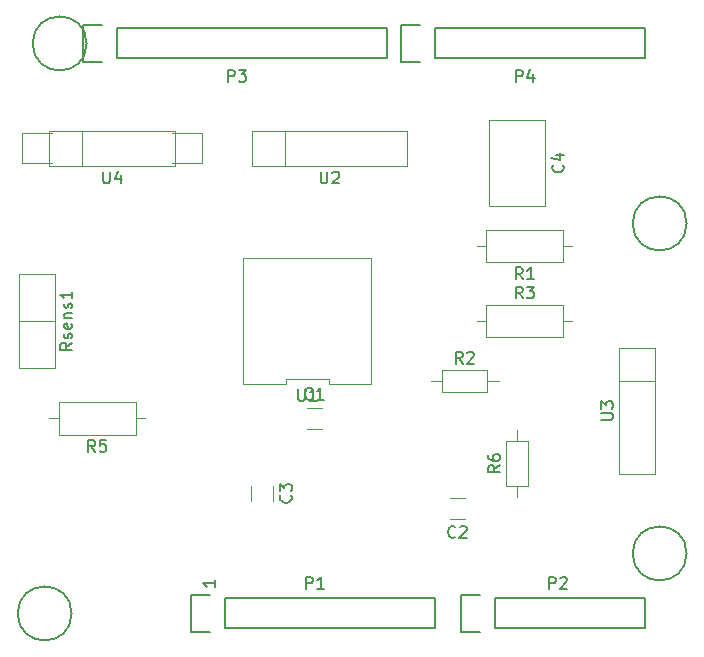
<source format=gbr>
%TF.GenerationSoftware,KiCad,Pcbnew,(5.1.10)-1*%
%TF.CreationDate,2022-03-16T08:40:39+01:00*%
%TF.ProjectId,Shield,53686965-6c64-42e6-9b69-6361645f7063,rev?*%
%TF.SameCoordinates,Original*%
%TF.FileFunction,Legend,Top*%
%TF.FilePolarity,Positive*%
%FSLAX46Y46*%
G04 Gerber Fmt 4.6, Leading zero omitted, Abs format (unit mm)*
G04 Created by KiCad (PCBNEW (5.1.10)-1) date 2022-03-16 08:40:39*
%MOMM*%
%LPD*%
G01*
G04 APERTURE LIST*
%ADD10C,0.150000*%
%ADD11C,0.120000*%
G04 APERTURE END LIST*
D10*
X139390380Y-120999285D02*
X139390380Y-121570714D01*
X139390380Y-121285000D02*
X138390380Y-121285000D01*
X138533238Y-121380238D01*
X138628476Y-121475476D01*
X138676095Y-121570714D01*
D11*
%TO.C,U3*%
X176633000Y-101370000D02*
X176633000Y-111990000D01*
X176633000Y-111990000D02*
X173633000Y-111990000D01*
X173633000Y-111990000D02*
X173633000Y-101370000D01*
X173633000Y-101370000D02*
X176633000Y-101370000D01*
X176633000Y-104140000D02*
X173633000Y-104140000D01*
%TO.C,U4*%
X125373000Y-82955000D02*
X135993000Y-82955000D01*
X135993000Y-82955000D02*
X135993000Y-85955000D01*
X135993000Y-85955000D02*
X125373000Y-85955000D01*
X125373000Y-85955000D02*
X125373000Y-82955000D01*
X128143000Y-82955000D02*
X128143000Y-85955000D01*
X138303000Y-85725000D02*
X135763000Y-85725000D01*
X138303000Y-83185000D02*
X138303000Y-85725000D01*
X135763000Y-83185000D02*
X138303000Y-83185000D01*
X123063000Y-85725000D02*
X125603000Y-85725000D01*
X123063000Y-83185000D02*
X123063000Y-85725000D01*
X125603000Y-83185000D02*
X123063000Y-83185000D01*
%TO.C,U2*%
X142518000Y-82955000D02*
X155678000Y-82955000D01*
X155678000Y-82955000D02*
X155678000Y-85955000D01*
X155678000Y-85955000D02*
X142518000Y-85955000D01*
X142518000Y-85955000D02*
X142518000Y-82955000D01*
X145288000Y-82955000D02*
X145288000Y-85955000D01*
%TO.C,U1*%
X152630000Y-104370000D02*
X152630000Y-93750000D01*
X152630000Y-93750000D02*
X141756000Y-93750000D01*
X141756000Y-93750000D02*
X141756000Y-104370000D01*
X141756000Y-104370000D02*
X145380667Y-104370000D01*
X145380667Y-104370000D02*
X145380667Y-104010000D01*
X145380667Y-104010000D02*
X149005333Y-104010000D01*
X149005333Y-104010000D02*
X149005333Y-104370000D01*
X149005333Y-104370000D02*
X152630000Y-104370000D01*
%TO.C,Rsens1*%
X122833000Y-99060000D02*
X125833000Y-99060000D01*
X125833000Y-103060000D02*
X122833000Y-103060000D01*
X125833000Y-95060000D02*
X125833000Y-103060000D01*
X122833000Y-95060000D02*
X125833000Y-95060000D01*
X122833000Y-103060000D02*
X122833000Y-95060000D01*
%TO.C,R6*%
X164973000Y-108255000D02*
X164973000Y-109205000D01*
X164973000Y-113995000D02*
X164973000Y-113045000D01*
X164053000Y-109205000D02*
X164053000Y-113045000D01*
X165893000Y-109205000D02*
X164053000Y-109205000D01*
X165893000Y-113045000D02*
X165893000Y-109205000D01*
X164053000Y-113045000D02*
X165893000Y-113045000D01*
%TO.C,R5*%
X125373000Y-107315000D02*
X126143000Y-107315000D01*
X133453000Y-107315000D02*
X132683000Y-107315000D01*
X126143000Y-108685000D02*
X132683000Y-108685000D01*
X126143000Y-105945000D02*
X126143000Y-108685000D01*
X132683000Y-105945000D02*
X126143000Y-105945000D01*
X132683000Y-108685000D02*
X132683000Y-105945000D01*
%TO.C,R3*%
X169648000Y-99060000D02*
X168878000Y-99060000D01*
X161568000Y-99060000D02*
X162338000Y-99060000D01*
X168878000Y-97690000D02*
X162338000Y-97690000D01*
X168878000Y-100430000D02*
X168878000Y-97690000D01*
X162338000Y-100430000D02*
X168878000Y-100430000D01*
X162338000Y-97690000D02*
X162338000Y-100430000D01*
%TO.C,R2*%
X163398000Y-104140000D02*
X162448000Y-104140000D01*
X157658000Y-104140000D02*
X158608000Y-104140000D01*
X162448000Y-103220000D02*
X158608000Y-103220000D01*
X162448000Y-105060000D02*
X162448000Y-103220000D01*
X158608000Y-105060000D02*
X162448000Y-105060000D01*
X158608000Y-103220000D02*
X158608000Y-105060000D01*
%TO.C,R1*%
X161568000Y-92710000D02*
X162338000Y-92710000D01*
X169648000Y-92710000D02*
X168878000Y-92710000D01*
X162338000Y-94080000D02*
X168878000Y-94080000D01*
X162338000Y-91340000D02*
X162338000Y-94080000D01*
X168878000Y-91340000D02*
X162338000Y-91340000D01*
X168878000Y-94080000D02*
X168878000Y-91340000D01*
%TO.C,C4*%
X167343000Y-89305000D02*
X162603000Y-89305000D01*
X167343000Y-82065000D02*
X162603000Y-82065000D01*
X162603000Y-82065000D02*
X162603000Y-89305000D01*
X167343000Y-82065000D02*
X167343000Y-89305000D01*
%TO.C,C3*%
X142463000Y-113016000D02*
X142463000Y-114274000D01*
X144303000Y-113016000D02*
X144303000Y-114274000D01*
%TO.C,C2*%
X160542000Y-114015000D02*
X159284000Y-114015000D01*
X160542000Y-115855000D02*
X159284000Y-115855000D01*
%TO.C,C1*%
X147179000Y-108235000D02*
X148437000Y-108235000D01*
X147179000Y-106395000D02*
X148437000Y-106395000D01*
D10*
%TO.C,P1*%
X137388000Y-122275000D02*
X137388000Y-125375000D01*
X138938000Y-122275000D02*
X137388000Y-122275000D01*
X140208000Y-125095000D02*
X140208000Y-122555000D01*
X137388000Y-125375000D02*
X138938000Y-125375000D01*
X157988000Y-122555000D02*
X140208000Y-122555000D01*
X157988000Y-125095000D02*
X157988000Y-122555000D01*
X140208000Y-125095000D02*
X157988000Y-125095000D01*
%TO.C,P2*%
X160248000Y-122275000D02*
X160248000Y-125375000D01*
X161798000Y-122275000D02*
X160248000Y-122275000D01*
X163068000Y-125095000D02*
X163068000Y-122555000D01*
X160248000Y-125375000D02*
X161798000Y-125375000D01*
X175768000Y-122555000D02*
X163068000Y-122555000D01*
X175768000Y-125095000D02*
X175768000Y-122555000D01*
X163068000Y-125095000D02*
X175768000Y-125095000D01*
%TO.C,P3*%
X128244000Y-74015000D02*
X128244000Y-77115000D01*
X129794000Y-74015000D02*
X128244000Y-74015000D01*
X131064000Y-76835000D02*
X131064000Y-74295000D01*
X128244000Y-77115000D02*
X129794000Y-77115000D01*
X153924000Y-74295000D02*
X131064000Y-74295000D01*
X153924000Y-76835000D02*
X153924000Y-74295000D01*
X131064000Y-76835000D02*
X153924000Y-76835000D01*
%TO.C,P4*%
X155168000Y-74015000D02*
X155168000Y-77115000D01*
X156718000Y-74015000D02*
X155168000Y-74015000D01*
X157988000Y-76835000D02*
X157988000Y-74295000D01*
X155168000Y-77115000D02*
X156718000Y-77115000D01*
X175768000Y-74295000D02*
X157988000Y-74295000D01*
X175768000Y-76835000D02*
X175768000Y-74295000D01*
X157988000Y-76835000D02*
X175768000Y-76835000D01*
%TO.C,P5*%
X127254000Y-123825000D02*
G75*
G03*
X127254000Y-123825000I-2286000J0D01*
G01*
%TO.C,P6*%
X179324000Y-118745000D02*
G75*
G03*
X179324000Y-118745000I-2286000J0D01*
G01*
%TO.C,P7*%
X128524000Y-75565000D02*
G75*
G03*
X128524000Y-75565000I-2286000J0D01*
G01*
%TO.C,P8*%
X179324000Y-90805000D02*
G75*
G03*
X179324000Y-90805000I-2286000J0D01*
G01*
%TO.C,U3*%
X172085380Y-107441904D02*
X172894904Y-107441904D01*
X172990142Y-107394285D01*
X173037761Y-107346666D01*
X173085380Y-107251428D01*
X173085380Y-107060952D01*
X173037761Y-106965714D01*
X172990142Y-106918095D01*
X172894904Y-106870476D01*
X172085380Y-106870476D01*
X172085380Y-106489523D02*
X172085380Y-105870476D01*
X172466333Y-106203809D01*
X172466333Y-106060952D01*
X172513952Y-105965714D01*
X172561571Y-105918095D01*
X172656809Y-105870476D01*
X172894904Y-105870476D01*
X172990142Y-105918095D01*
X173037761Y-105965714D01*
X173085380Y-106060952D01*
X173085380Y-106346666D01*
X173037761Y-106441904D01*
X172990142Y-106489523D01*
%TO.C,U4*%
X129921095Y-86407380D02*
X129921095Y-87216904D01*
X129968714Y-87312142D01*
X130016333Y-87359761D01*
X130111571Y-87407380D01*
X130302047Y-87407380D01*
X130397285Y-87359761D01*
X130444904Y-87312142D01*
X130492523Y-87216904D01*
X130492523Y-86407380D01*
X131397285Y-86740714D02*
X131397285Y-87407380D01*
X131159190Y-86359761D02*
X130921095Y-87074047D01*
X131540142Y-87074047D01*
%TO.C,U2*%
X148336095Y-86407380D02*
X148336095Y-87216904D01*
X148383714Y-87312142D01*
X148431333Y-87359761D01*
X148526571Y-87407380D01*
X148717047Y-87407380D01*
X148812285Y-87359761D01*
X148859904Y-87312142D01*
X148907523Y-87216904D01*
X148907523Y-86407380D01*
X149336095Y-86502619D02*
X149383714Y-86455000D01*
X149478952Y-86407380D01*
X149717047Y-86407380D01*
X149812285Y-86455000D01*
X149859904Y-86502619D01*
X149907523Y-86597857D01*
X149907523Y-86693095D01*
X149859904Y-86835952D01*
X149288476Y-87407380D01*
X149907523Y-87407380D01*
%TO.C,U1*%
X146431095Y-104822380D02*
X146431095Y-105631904D01*
X146478714Y-105727142D01*
X146526333Y-105774761D01*
X146621571Y-105822380D01*
X146812047Y-105822380D01*
X146907285Y-105774761D01*
X146954904Y-105727142D01*
X147002523Y-105631904D01*
X147002523Y-104822380D01*
X148002523Y-105822380D02*
X147431095Y-105822380D01*
X147716809Y-105822380D02*
X147716809Y-104822380D01*
X147621571Y-104965238D01*
X147526333Y-105060476D01*
X147431095Y-105108095D01*
%TO.C,Rsens1*%
X127285380Y-100917142D02*
X126809190Y-101250476D01*
X127285380Y-101488571D02*
X126285380Y-101488571D01*
X126285380Y-101107619D01*
X126333000Y-101012380D01*
X126380619Y-100964761D01*
X126475857Y-100917142D01*
X126618714Y-100917142D01*
X126713952Y-100964761D01*
X126761571Y-101012380D01*
X126809190Y-101107619D01*
X126809190Y-101488571D01*
X127237761Y-100536190D02*
X127285380Y-100440952D01*
X127285380Y-100250476D01*
X127237761Y-100155238D01*
X127142523Y-100107619D01*
X127094904Y-100107619D01*
X126999666Y-100155238D01*
X126952047Y-100250476D01*
X126952047Y-100393333D01*
X126904428Y-100488571D01*
X126809190Y-100536190D01*
X126761571Y-100536190D01*
X126666333Y-100488571D01*
X126618714Y-100393333D01*
X126618714Y-100250476D01*
X126666333Y-100155238D01*
X127237761Y-99298095D02*
X127285380Y-99393333D01*
X127285380Y-99583809D01*
X127237761Y-99679047D01*
X127142523Y-99726666D01*
X126761571Y-99726666D01*
X126666333Y-99679047D01*
X126618714Y-99583809D01*
X126618714Y-99393333D01*
X126666333Y-99298095D01*
X126761571Y-99250476D01*
X126856809Y-99250476D01*
X126952047Y-99726666D01*
X126618714Y-98821904D02*
X127285380Y-98821904D01*
X126713952Y-98821904D02*
X126666333Y-98774285D01*
X126618714Y-98679047D01*
X126618714Y-98536190D01*
X126666333Y-98440952D01*
X126761571Y-98393333D01*
X127285380Y-98393333D01*
X127237761Y-97964761D02*
X127285380Y-97869523D01*
X127285380Y-97679047D01*
X127237761Y-97583809D01*
X127142523Y-97536190D01*
X127094904Y-97536190D01*
X126999666Y-97583809D01*
X126952047Y-97679047D01*
X126952047Y-97821904D01*
X126904428Y-97917142D01*
X126809190Y-97964761D01*
X126761571Y-97964761D01*
X126666333Y-97917142D01*
X126618714Y-97821904D01*
X126618714Y-97679047D01*
X126666333Y-97583809D01*
X127285380Y-96583809D02*
X127285380Y-97155238D01*
X127285380Y-96869523D02*
X126285380Y-96869523D01*
X126428238Y-96964761D01*
X126523476Y-97060000D01*
X126571095Y-97155238D01*
%TO.C,R6*%
X163505380Y-111291666D02*
X163029190Y-111625000D01*
X163505380Y-111863095D02*
X162505380Y-111863095D01*
X162505380Y-111482142D01*
X162553000Y-111386904D01*
X162600619Y-111339285D01*
X162695857Y-111291666D01*
X162838714Y-111291666D01*
X162933952Y-111339285D01*
X162981571Y-111386904D01*
X163029190Y-111482142D01*
X163029190Y-111863095D01*
X162505380Y-110434523D02*
X162505380Y-110625000D01*
X162553000Y-110720238D01*
X162600619Y-110767857D01*
X162743476Y-110863095D01*
X162933952Y-110910714D01*
X163314904Y-110910714D01*
X163410142Y-110863095D01*
X163457761Y-110815476D01*
X163505380Y-110720238D01*
X163505380Y-110529761D01*
X163457761Y-110434523D01*
X163410142Y-110386904D01*
X163314904Y-110339285D01*
X163076809Y-110339285D01*
X162981571Y-110386904D01*
X162933952Y-110434523D01*
X162886333Y-110529761D01*
X162886333Y-110720238D01*
X162933952Y-110815476D01*
X162981571Y-110863095D01*
X163076809Y-110910714D01*
%TO.C,R5*%
X129246333Y-110137380D02*
X128913000Y-109661190D01*
X128674904Y-110137380D02*
X128674904Y-109137380D01*
X129055857Y-109137380D01*
X129151095Y-109185000D01*
X129198714Y-109232619D01*
X129246333Y-109327857D01*
X129246333Y-109470714D01*
X129198714Y-109565952D01*
X129151095Y-109613571D01*
X129055857Y-109661190D01*
X128674904Y-109661190D01*
X130151095Y-109137380D02*
X129674904Y-109137380D01*
X129627285Y-109613571D01*
X129674904Y-109565952D01*
X129770142Y-109518333D01*
X130008238Y-109518333D01*
X130103476Y-109565952D01*
X130151095Y-109613571D01*
X130198714Y-109708809D01*
X130198714Y-109946904D01*
X130151095Y-110042142D01*
X130103476Y-110089761D01*
X130008238Y-110137380D01*
X129770142Y-110137380D01*
X129674904Y-110089761D01*
X129627285Y-110042142D01*
%TO.C,R3*%
X165441333Y-97142380D02*
X165108000Y-96666190D01*
X164869904Y-97142380D02*
X164869904Y-96142380D01*
X165250857Y-96142380D01*
X165346095Y-96190000D01*
X165393714Y-96237619D01*
X165441333Y-96332857D01*
X165441333Y-96475714D01*
X165393714Y-96570952D01*
X165346095Y-96618571D01*
X165250857Y-96666190D01*
X164869904Y-96666190D01*
X165774666Y-96142380D02*
X166393714Y-96142380D01*
X166060380Y-96523333D01*
X166203238Y-96523333D01*
X166298476Y-96570952D01*
X166346095Y-96618571D01*
X166393714Y-96713809D01*
X166393714Y-96951904D01*
X166346095Y-97047142D01*
X166298476Y-97094761D01*
X166203238Y-97142380D01*
X165917523Y-97142380D01*
X165822285Y-97094761D01*
X165774666Y-97047142D01*
%TO.C,R2*%
X160361333Y-102672380D02*
X160028000Y-102196190D01*
X159789904Y-102672380D02*
X159789904Y-101672380D01*
X160170857Y-101672380D01*
X160266095Y-101720000D01*
X160313714Y-101767619D01*
X160361333Y-101862857D01*
X160361333Y-102005714D01*
X160313714Y-102100952D01*
X160266095Y-102148571D01*
X160170857Y-102196190D01*
X159789904Y-102196190D01*
X160742285Y-101767619D02*
X160789904Y-101720000D01*
X160885142Y-101672380D01*
X161123238Y-101672380D01*
X161218476Y-101720000D01*
X161266095Y-101767619D01*
X161313714Y-101862857D01*
X161313714Y-101958095D01*
X161266095Y-102100952D01*
X160694666Y-102672380D01*
X161313714Y-102672380D01*
%TO.C,R1*%
X165441333Y-95532380D02*
X165108000Y-95056190D01*
X164869904Y-95532380D02*
X164869904Y-94532380D01*
X165250857Y-94532380D01*
X165346095Y-94580000D01*
X165393714Y-94627619D01*
X165441333Y-94722857D01*
X165441333Y-94865714D01*
X165393714Y-94960952D01*
X165346095Y-95008571D01*
X165250857Y-95056190D01*
X164869904Y-95056190D01*
X166393714Y-95532380D02*
X165822285Y-95532380D01*
X166108000Y-95532380D02*
X166108000Y-94532380D01*
X166012761Y-94675238D01*
X165917523Y-94770476D01*
X165822285Y-94818095D01*
%TO.C,C4*%
X168830142Y-85851666D02*
X168877761Y-85899285D01*
X168925380Y-86042142D01*
X168925380Y-86137380D01*
X168877761Y-86280238D01*
X168782523Y-86375476D01*
X168687285Y-86423095D01*
X168496809Y-86470714D01*
X168353952Y-86470714D01*
X168163476Y-86423095D01*
X168068238Y-86375476D01*
X167973000Y-86280238D01*
X167925380Y-86137380D01*
X167925380Y-86042142D01*
X167973000Y-85899285D01*
X168020619Y-85851666D01*
X168258714Y-84994523D02*
X168925380Y-84994523D01*
X167877761Y-85232619D02*
X168592047Y-85470714D01*
X168592047Y-84851666D01*
%TO.C,C3*%
X145790142Y-113811666D02*
X145837761Y-113859285D01*
X145885380Y-114002142D01*
X145885380Y-114097380D01*
X145837761Y-114240238D01*
X145742523Y-114335476D01*
X145647285Y-114383095D01*
X145456809Y-114430714D01*
X145313952Y-114430714D01*
X145123476Y-114383095D01*
X145028238Y-114335476D01*
X144933000Y-114240238D01*
X144885380Y-114097380D01*
X144885380Y-114002142D01*
X144933000Y-113859285D01*
X144980619Y-113811666D01*
X144885380Y-113478333D02*
X144885380Y-112859285D01*
X145266333Y-113192619D01*
X145266333Y-113049761D01*
X145313952Y-112954523D01*
X145361571Y-112906904D01*
X145456809Y-112859285D01*
X145694904Y-112859285D01*
X145790142Y-112906904D01*
X145837761Y-112954523D01*
X145885380Y-113049761D01*
X145885380Y-113335476D01*
X145837761Y-113430714D01*
X145790142Y-113478333D01*
%TO.C,C2*%
X159746333Y-117342142D02*
X159698714Y-117389761D01*
X159555857Y-117437380D01*
X159460619Y-117437380D01*
X159317761Y-117389761D01*
X159222523Y-117294523D01*
X159174904Y-117199285D01*
X159127285Y-117008809D01*
X159127285Y-116865952D01*
X159174904Y-116675476D01*
X159222523Y-116580238D01*
X159317761Y-116485000D01*
X159460619Y-116437380D01*
X159555857Y-116437380D01*
X159698714Y-116485000D01*
X159746333Y-116532619D01*
X160127285Y-116532619D02*
X160174904Y-116485000D01*
X160270142Y-116437380D01*
X160508238Y-116437380D01*
X160603476Y-116485000D01*
X160651095Y-116532619D01*
X160698714Y-116627857D01*
X160698714Y-116723095D01*
X160651095Y-116865952D01*
X160079666Y-117437380D01*
X160698714Y-117437380D01*
%TO.C,C1*%
X147641333Y-105622142D02*
X147593714Y-105669761D01*
X147450857Y-105717380D01*
X147355619Y-105717380D01*
X147212761Y-105669761D01*
X147117523Y-105574523D01*
X147069904Y-105479285D01*
X147022285Y-105288809D01*
X147022285Y-105145952D01*
X147069904Y-104955476D01*
X147117523Y-104860238D01*
X147212761Y-104765000D01*
X147355619Y-104717380D01*
X147450857Y-104717380D01*
X147593714Y-104765000D01*
X147641333Y-104812619D01*
X148593714Y-105717380D02*
X148022285Y-105717380D01*
X148308000Y-105717380D02*
X148308000Y-104717380D01*
X148212761Y-104860238D01*
X148117523Y-104955476D01*
X148022285Y-105003095D01*
%TO.C,P1*%
X147089904Y-121737380D02*
X147089904Y-120737380D01*
X147470857Y-120737380D01*
X147566095Y-120785000D01*
X147613714Y-120832619D01*
X147661333Y-120927857D01*
X147661333Y-121070714D01*
X147613714Y-121165952D01*
X147566095Y-121213571D01*
X147470857Y-121261190D01*
X147089904Y-121261190D01*
X148613714Y-121737380D02*
X148042285Y-121737380D01*
X148328000Y-121737380D02*
X148328000Y-120737380D01*
X148232761Y-120880238D01*
X148137523Y-120975476D01*
X148042285Y-121023095D01*
%TO.C,P2*%
X167663904Y-121737380D02*
X167663904Y-120737380D01*
X168044857Y-120737380D01*
X168140095Y-120785000D01*
X168187714Y-120832619D01*
X168235333Y-120927857D01*
X168235333Y-121070714D01*
X168187714Y-121165952D01*
X168140095Y-121213571D01*
X168044857Y-121261190D01*
X167663904Y-121261190D01*
X168616285Y-120832619D02*
X168663904Y-120785000D01*
X168759142Y-120737380D01*
X168997238Y-120737380D01*
X169092476Y-120785000D01*
X169140095Y-120832619D01*
X169187714Y-120927857D01*
X169187714Y-121023095D01*
X169140095Y-121165952D01*
X168568666Y-121737380D01*
X169187714Y-121737380D01*
%TO.C,P3*%
X140485904Y-78811380D02*
X140485904Y-77811380D01*
X140866857Y-77811380D01*
X140962095Y-77859000D01*
X141009714Y-77906619D01*
X141057333Y-78001857D01*
X141057333Y-78144714D01*
X141009714Y-78239952D01*
X140962095Y-78287571D01*
X140866857Y-78335190D01*
X140485904Y-78335190D01*
X141390666Y-77811380D02*
X142009714Y-77811380D01*
X141676380Y-78192333D01*
X141819238Y-78192333D01*
X141914476Y-78239952D01*
X141962095Y-78287571D01*
X142009714Y-78382809D01*
X142009714Y-78620904D01*
X141962095Y-78716142D01*
X141914476Y-78763761D01*
X141819238Y-78811380D01*
X141533523Y-78811380D01*
X141438285Y-78763761D01*
X141390666Y-78716142D01*
%TO.C,P4*%
X164869904Y-78811380D02*
X164869904Y-77811380D01*
X165250857Y-77811380D01*
X165346095Y-77859000D01*
X165393714Y-77906619D01*
X165441333Y-78001857D01*
X165441333Y-78144714D01*
X165393714Y-78239952D01*
X165346095Y-78287571D01*
X165250857Y-78335190D01*
X164869904Y-78335190D01*
X166298476Y-78144714D02*
X166298476Y-78811380D01*
X166060380Y-77763761D02*
X165822285Y-78478047D01*
X166441333Y-78478047D01*
%TD*%
M02*

</source>
